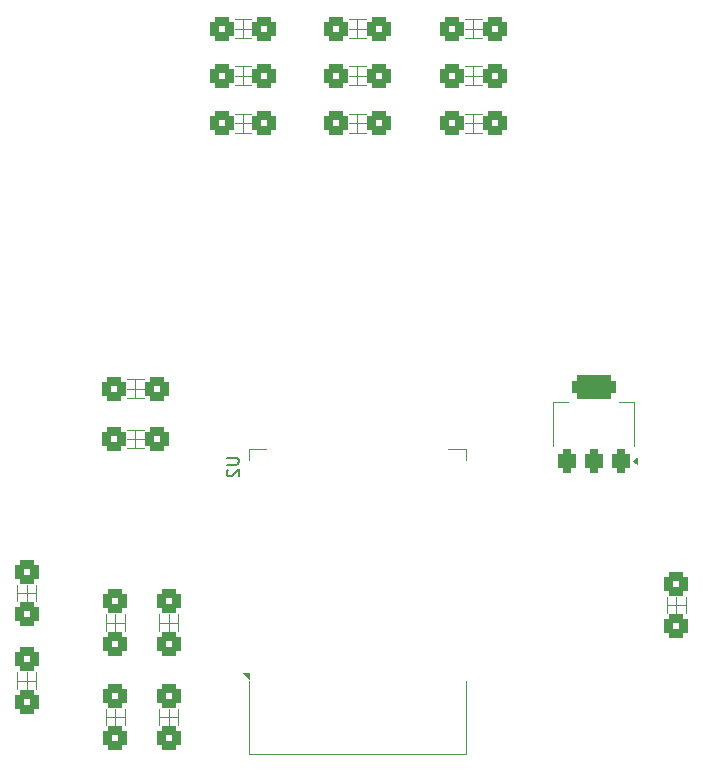
<source format=gbo>
G04 #@! TF.GenerationSoftware,KiCad,Pcbnew,8.0.6-8.0.6-0~ubuntu24.04.1*
G04 #@! TF.CreationDate,2024-10-30T09:28:35+01:00*
G04 #@! TF.ProjectId,micromouse_pcb,6d696372-6f6d-46f7-9573-655f7063622e,rev?*
G04 #@! TF.SameCoordinates,Original*
G04 #@! TF.FileFunction,Legend,Bot*
G04 #@! TF.FilePolarity,Positive*
%FSLAX46Y46*%
G04 Gerber Fmt 4.6, Leading zero omitted, Abs format (unit mm)*
G04 Created by KiCad (PCBNEW 8.0.6-8.0.6-0~ubuntu24.04.1) date 2024-10-30 09:28:35*
%MOMM*%
%LPD*%
G01*
G04 APERTURE LIST*
G04 Aperture macros list*
%AMRoundRect*
0 Rectangle with rounded corners*
0 $1 Rounding radius*
0 $2 $3 $4 $5 $6 $7 $8 $9 X,Y pos of 4 corners*
0 Add a 4 corners polygon primitive as box body*
4,1,4,$2,$3,$4,$5,$6,$7,$8,$9,$2,$3,0*
0 Add four circle primitives for the rounded corners*
1,1,$1+$1,$2,$3*
1,1,$1+$1,$4,$5*
1,1,$1+$1,$6,$7*
1,1,$1+$1,$8,$9*
0 Add four rect primitives between the rounded corners*
20,1,$1+$1,$2,$3,$4,$5,0*
20,1,$1+$1,$4,$5,$6,$7,0*
20,1,$1+$1,$6,$7,$8,$9,0*
20,1,$1+$1,$8,$9,$2,$3,0*%
G04 Aperture macros list end*
%ADD10C,0.150000*%
%ADD11C,0.100000*%
%ADD12C,0.120000*%
%ADD13C,1.524000*%
%ADD14C,2.500000*%
%ADD15R,1.050000X1.500000*%
%ADD16O,1.050000X1.500000*%
%ADD17C,3.200000*%
%ADD18O,1.524000X2.000000*%
%ADD19R,1.600000X1.600000*%
%ADD20O,1.600000X1.600000*%
%ADD21O,1.350000X1.700000*%
%ADD22O,1.100000X1.500000*%
%ADD23R,1.700000X2.200000*%
%ADD24O,1.700000X2.200000*%
%ADD25O,1.700000X1.700000*%
%ADD26R,1.700000X1.700000*%
%ADD27RoundRect,0.384616X0.615384X-0.615384X0.615384X0.615384X-0.615384X0.615384X-0.615384X-0.615384X0*%
%ADD28RoundRect,0.384616X0.615384X0.615384X-0.615384X0.615384X-0.615384X-0.615384X0.615384X-0.615384X0*%
%ADD29RoundRect,0.384616X-0.615384X0.615384X-0.615384X-0.615384X0.615384X-0.615384X0.615384X0.615384X0*%
%ADD30R,1.500000X0.900000*%
%ADD31R,0.900000X1.500000*%
%ADD32C,1.500000*%
%ADD33C,2.000000*%
%ADD34R,3.900000X3.900000*%
%ADD35RoundRect,0.375000X0.375000X-0.625000X0.375000X0.625000X-0.375000X0.625000X-0.375000X-0.625000X0*%
%ADD36RoundRect,0.500000X1.400000X-0.500000X1.400000X0.500000X-1.400000X0.500000X-1.400000X-0.500000X0*%
G04 APERTURE END LIST*
D10*
X138939819Y-124348095D02*
X139749342Y-124348095D01*
X139749342Y-124348095D02*
X139844580Y-124395714D01*
X139844580Y-124395714D02*
X139892200Y-124443333D01*
X139892200Y-124443333D02*
X139939819Y-124538571D01*
X139939819Y-124538571D02*
X139939819Y-124729047D01*
X139939819Y-124729047D02*
X139892200Y-124824285D01*
X139892200Y-124824285D02*
X139844580Y-124871904D01*
X139844580Y-124871904D02*
X139749342Y-124919523D01*
X139749342Y-124919523D02*
X138939819Y-124919523D01*
X139035057Y-125348095D02*
X138987438Y-125395714D01*
X138987438Y-125395714D02*
X138939819Y-125490952D01*
X138939819Y-125490952D02*
X138939819Y-125729047D01*
X138939819Y-125729047D02*
X138987438Y-125824285D01*
X138987438Y-125824285D02*
X139035057Y-125871904D01*
X139035057Y-125871904D02*
X139130295Y-125919523D01*
X139130295Y-125919523D02*
X139225533Y-125919523D01*
X139225533Y-125919523D02*
X139368390Y-125871904D01*
X139368390Y-125871904D02*
X139939819Y-125300476D01*
X139939819Y-125300476D02*
X139939819Y-125919523D01*
D11*
X128700000Y-137600000D02*
X128700000Y-138300000D01*
X128700000Y-138300000D02*
X129500000Y-138300000D01*
X128700000Y-139000000D02*
X128700000Y-138300000D01*
X129500000Y-138300000D02*
X129500000Y-137600000D01*
X129500000Y-139000000D02*
X129500000Y-138300000D01*
X130300000Y-137600000D02*
X130300000Y-138300000D01*
X130300000Y-138300000D02*
X129500000Y-138300000D01*
X130300000Y-139000000D02*
X130300000Y-138300000D01*
X139600000Y-87200000D02*
X140300000Y-87200000D01*
X139600000Y-88800000D02*
X140300000Y-88800000D01*
X140300000Y-87200000D02*
X140300000Y-88000000D01*
X140300000Y-88000000D02*
X139600000Y-88000000D01*
X140300000Y-88800000D02*
X140300000Y-88000000D01*
X141000000Y-87200000D02*
X140300000Y-87200000D01*
X141000000Y-88000000D02*
X140300000Y-88000000D01*
X141000000Y-88800000D02*
X140300000Y-88800000D01*
X128700000Y-145600000D02*
X128700000Y-146300000D01*
X128700000Y-146300000D02*
X129500000Y-146300000D01*
X128700000Y-147000000D02*
X128700000Y-146300000D01*
X129500000Y-145600000D02*
X129500000Y-146300000D01*
X129500000Y-146300000D02*
X129500000Y-147000000D01*
X130300000Y-145600000D02*
X130300000Y-146300000D01*
X130300000Y-146300000D02*
X129500000Y-146300000D01*
X130300000Y-147000000D02*
X130300000Y-146300000D01*
X133200000Y-145600000D02*
X133200000Y-146300000D01*
X133200000Y-146300000D02*
X134000000Y-146300000D01*
X133200000Y-147000000D02*
X133200000Y-146300000D01*
X134000000Y-145600000D02*
X134000000Y-146300000D01*
X134000000Y-146300000D02*
X134000000Y-147000000D01*
X134800000Y-145600000D02*
X134800000Y-146300000D01*
X134800000Y-146300000D02*
X134000000Y-146300000D01*
X134800000Y-147000000D02*
X134800000Y-146300000D01*
X149300000Y-91200000D02*
X150000000Y-91200000D01*
X149300000Y-92800000D02*
X150000000Y-92800000D01*
X150000000Y-91200000D02*
X150000000Y-92000000D01*
X150000000Y-92000000D02*
X149300000Y-92000000D01*
X150000000Y-92800000D02*
X150000000Y-92000000D01*
X150700000Y-91200000D02*
X150000000Y-91200000D01*
X150700000Y-92000000D02*
X150000000Y-92000000D01*
X150700000Y-92800000D02*
X150000000Y-92800000D01*
X130500000Y-117700000D02*
X131200000Y-117700000D01*
X130500000Y-119300000D02*
X131200000Y-119300000D01*
X131200000Y-117700000D02*
X131200000Y-118500000D01*
X131200000Y-118500000D02*
X130500000Y-118500000D01*
X131200000Y-119300000D02*
X131200000Y-118500000D01*
X131900000Y-117700000D02*
X131100000Y-117700000D01*
X131900000Y-118500000D02*
X131200000Y-118500000D01*
X131900000Y-119300000D02*
X131200000Y-119300000D01*
X159100000Y-87200000D02*
X159800000Y-87200000D01*
X159100000Y-88800000D02*
X159800000Y-88800000D01*
X159800000Y-87200000D02*
X159800000Y-88000000D01*
X159800000Y-88000000D02*
X159100000Y-88000000D01*
X159800000Y-88800000D02*
X159800000Y-88000000D01*
X160500000Y-87200000D02*
X159800000Y-87200000D01*
X160500000Y-88000000D02*
X159800000Y-88000000D01*
X160500000Y-88800000D02*
X159800000Y-88800000D01*
X139600000Y-95200000D02*
X140300000Y-95200000D01*
X139600000Y-96800000D02*
X140300000Y-96800000D01*
X140300000Y-95200000D02*
X140300000Y-96000000D01*
X140300000Y-96000000D02*
X139600000Y-96000000D01*
X140300000Y-96800000D02*
X140300000Y-96000000D01*
X141000000Y-95200000D02*
X140300000Y-95200000D01*
X141000000Y-96000000D02*
X140300000Y-96000000D01*
X141000000Y-96800000D02*
X140300000Y-96800000D01*
X139600000Y-91200000D02*
X140300000Y-91200000D01*
X139600000Y-92800000D02*
X140300000Y-92800000D01*
X140300000Y-91200000D02*
X140300000Y-92000000D01*
X140300000Y-92000000D02*
X139600000Y-92000000D01*
X140300000Y-92800000D02*
X140300000Y-92000000D01*
X141000000Y-91200000D02*
X140300000Y-91200000D01*
X141000000Y-92000000D02*
X140300000Y-92000000D01*
X141000000Y-92800000D02*
X140300000Y-92800000D01*
X176200000Y-136100000D02*
X176200000Y-136800000D01*
X176200000Y-136800000D02*
X177000000Y-136800000D01*
X176200000Y-137500000D02*
X176200000Y-136800000D01*
X177000000Y-136800000D02*
X177000000Y-136100000D01*
X177000000Y-137500000D02*
X177000000Y-136800000D01*
X177800000Y-136100000D02*
X177800000Y-136800000D01*
X177800000Y-136800000D02*
X177000000Y-136800000D01*
X177800000Y-137500000D02*
X177800000Y-136700000D01*
X159100000Y-95200000D02*
X159800000Y-95200000D01*
X159100000Y-96800000D02*
X159800000Y-96800000D01*
X159800000Y-95200000D02*
X159800000Y-96000000D01*
X159800000Y-96000000D02*
X159100000Y-96000000D01*
X159800000Y-96800000D02*
X159800000Y-96000000D01*
X160500000Y-95200000D02*
X159800000Y-95200000D01*
X160500000Y-96000000D02*
X159800000Y-96000000D01*
X160500000Y-96800000D02*
X159800000Y-96800000D01*
D12*
X140785000Y-123560000D02*
X140785000Y-124560000D01*
X140785000Y-143210000D02*
X140785000Y-149410000D01*
X142285000Y-123560000D02*
X140785000Y-123560000D01*
X157685000Y-123560000D02*
X159185000Y-123560000D01*
X159185000Y-124560000D02*
X159185000Y-123560000D01*
X159185000Y-143210000D02*
X159185000Y-149410000D01*
X159185000Y-149410000D02*
X140785000Y-149410000D01*
X140785000Y-143035000D02*
X140285000Y-142535000D01*
X140785000Y-142535000D01*
X140785000Y-143035000D01*
G36*
X140785000Y-143035000D02*
G01*
X140285000Y-142535000D01*
X140785000Y-142535000D01*
X140785000Y-143035000D01*
G37*
D11*
X149300000Y-95200000D02*
X150000000Y-95200000D01*
X149300000Y-96800000D02*
X150000000Y-96800000D01*
X150000000Y-95200000D02*
X150000000Y-96000000D01*
X150000000Y-96000000D02*
X149300000Y-96000000D01*
X150000000Y-96800000D02*
X150000000Y-96000000D01*
X150700000Y-95200000D02*
X150000000Y-95200000D01*
X150700000Y-96000000D02*
X150000000Y-96000000D01*
X150700000Y-96800000D02*
X150000000Y-96800000D01*
X121200000Y-135100000D02*
X121200000Y-135900000D01*
X121200000Y-135800000D02*
X122000000Y-135800000D01*
X121200000Y-136500000D02*
X121200000Y-135800000D01*
X122000000Y-135100000D02*
X122000000Y-135800000D01*
X122000000Y-135800000D02*
X122000000Y-136500000D01*
X122800000Y-135100000D02*
X122800000Y-135800000D01*
X122800000Y-135800000D02*
X122000000Y-135800000D01*
X122800000Y-136500000D02*
X122800000Y-135800000D01*
X121200000Y-142500000D02*
X121200000Y-143200000D01*
X121200000Y-143200000D02*
X122000000Y-143200000D01*
X121200000Y-143900000D02*
X121200000Y-143200000D01*
X122000000Y-143200000D02*
X122000000Y-142500000D01*
X122000000Y-143900000D02*
X122000000Y-143200000D01*
X122800000Y-142500000D02*
X122800000Y-143200000D01*
X122800000Y-143200000D02*
X122000000Y-143200000D01*
X122800000Y-143900000D02*
X122800000Y-143200000D01*
D12*
X166590000Y-119590000D02*
X166590000Y-123350000D01*
X167850000Y-119590000D02*
X166590000Y-119590000D01*
X172150000Y-119590000D02*
X173410000Y-119590000D01*
X173410000Y-119590000D02*
X173410000Y-123350000D01*
X173640000Y-124870000D02*
X173310000Y-124630000D01*
X173640000Y-124390000D01*
X173640000Y-124870000D01*
G36*
X173640000Y-124870000D02*
G01*
X173310000Y-124630000D01*
X173640000Y-124390000D01*
X173640000Y-124870000D01*
G37*
D11*
X130500000Y-121950000D02*
X131200000Y-121950000D01*
X130500000Y-123550000D02*
X131200000Y-123550000D01*
X131200000Y-121950000D02*
X131200000Y-122750000D01*
X131200000Y-122750000D02*
X130500000Y-122750000D01*
X131200000Y-123550000D02*
X131200000Y-122750000D01*
X131900000Y-121950000D02*
X131200000Y-121950000D01*
X131900000Y-122750000D02*
X131200000Y-122750000D01*
X131900000Y-123550000D02*
X131200000Y-123550000D01*
X149300000Y-87200000D02*
X150000000Y-87200000D01*
X149300000Y-88800000D02*
X150000000Y-88800000D01*
X150000000Y-87200000D02*
X150000000Y-88000000D01*
X150000000Y-88000000D02*
X149300000Y-88000000D01*
X150000000Y-88800000D02*
X150000000Y-88000000D01*
X150700000Y-87200000D02*
X150000000Y-87200000D01*
X150700000Y-88000000D02*
X150000000Y-88000000D01*
X150700000Y-88800000D02*
X150000000Y-88800000D01*
X133200000Y-137600000D02*
X133200000Y-138300000D01*
X133200000Y-138300000D02*
X134000000Y-138300000D01*
X133200000Y-139000000D02*
X133200000Y-138300000D01*
X134000000Y-138300000D02*
X134000000Y-137600000D01*
X134000000Y-139000000D02*
X134000000Y-138300000D01*
X134800000Y-137600000D02*
X134800000Y-138300000D01*
X134800000Y-138300000D02*
X134000000Y-138300000D01*
X134800000Y-139000000D02*
X134800000Y-138300000D01*
X159100000Y-91200000D02*
X159800000Y-91200000D01*
X159100000Y-92800000D02*
X159800000Y-92800000D01*
X159800000Y-91200000D02*
X159800000Y-92000000D01*
X159800000Y-92000000D02*
X159100000Y-92000000D01*
X159800000Y-92800000D02*
X159800000Y-92000000D01*
X160500000Y-91200000D02*
X159800000Y-91200000D01*
X160500000Y-92000000D02*
X159800000Y-92000000D01*
X160500000Y-92800000D02*
X159800000Y-92800000D01*
%LPC*%
D13*
X165500000Y-91000000D03*
X165500000Y-86000000D03*
X171000000Y-91000000D03*
X171000000Y-86000000D03*
D14*
X176500000Y-91000000D03*
X176500000Y-86000000D03*
D15*
X140730000Y-64860000D03*
D16*
X142000000Y-64860000D03*
X143270000Y-64860000D03*
D15*
X148730000Y-80500000D03*
D16*
X150000000Y-80500000D03*
X151270000Y-80500000D03*
D15*
X156730000Y-65000000D03*
D16*
X158000000Y-65000000D03*
X159270000Y-65000000D03*
D13*
X134500000Y-86000000D03*
X134500000Y-91000000D03*
X129000000Y-86000000D03*
X129000000Y-91000000D03*
D14*
X123500000Y-86000000D03*
X123500000Y-91000000D03*
D17*
X167500000Y-109000000D03*
D18*
X146220000Y-100875000D03*
X148760000Y-100875000D03*
X151300000Y-100875000D03*
X153840000Y-100875000D03*
D13*
X152500000Y-75000000D03*
X147500000Y-75000000D03*
X152500000Y-69500000D03*
X147500000Y-69500000D03*
D14*
X152500000Y-64000000D03*
X147500000Y-64000000D03*
D17*
X132500000Y-131000000D03*
X167500000Y-131000000D03*
D13*
X162221825Y-80313708D03*
X158686291Y-76778174D03*
X166110912Y-76424621D03*
X162575378Y-72889087D03*
D14*
X170000000Y-72535533D03*
X166464466Y-69000000D03*
D19*
X158875000Y-105300000D03*
D20*
X156335000Y-105300000D03*
X153795000Y-105300000D03*
X151255000Y-105300000D03*
X148715000Y-105300000D03*
X146175000Y-105300000D03*
X143635000Y-105300000D03*
X141095000Y-105300000D03*
X141095000Y-112920000D03*
X143635000Y-112920000D03*
X146175000Y-112920000D03*
X148715000Y-112920000D03*
X151255000Y-112920000D03*
X153795000Y-112920000D03*
X156335000Y-112920000D03*
X158875000Y-112920000D03*
D21*
X163780000Y-147005000D03*
D22*
X164090000Y-144005000D03*
X168930000Y-144005000D03*
D21*
X169240000Y-147005000D03*
D15*
X123960000Y-81000000D03*
D16*
X125230000Y-81000000D03*
X126500000Y-81000000D03*
D17*
X132500000Y-109000000D03*
D15*
X173460000Y-81000000D03*
D16*
X174730000Y-81000000D03*
X176000000Y-81000000D03*
D23*
X162275000Y-138100000D03*
D24*
X164815000Y-138100000D03*
X167355000Y-138100000D03*
X169895000Y-138100000D03*
X172435000Y-138100000D03*
D25*
X148000000Y-120500000D03*
D26*
X148000000Y-117960000D03*
X152650000Y-117960000D03*
D25*
X152650000Y-120500000D03*
D13*
X141389087Y-76889087D03*
X137853553Y-80424621D03*
X137500000Y-73000000D03*
X133964466Y-76535534D03*
D14*
X133610912Y-69110912D03*
X130075379Y-72646446D03*
D27*
X129500000Y-140100000D03*
X129500000Y-136500000D03*
D28*
X142100000Y-88000000D03*
X138500000Y-88000000D03*
D29*
X129500000Y-144500000D03*
X129500000Y-148100000D03*
X134000000Y-144500000D03*
X134000000Y-148100000D03*
D28*
X151800000Y-92000000D03*
X148200000Y-92000000D03*
X133000000Y-118500000D03*
X129400000Y-118500000D03*
X161600000Y-88000000D03*
X158000000Y-88000000D03*
X142100000Y-96000000D03*
X138500000Y-96000000D03*
X142100000Y-92000000D03*
X138500000Y-92000000D03*
D27*
X177000000Y-138600000D03*
X177000000Y-135000000D03*
D28*
X161600000Y-96000000D03*
X158000000Y-96000000D03*
D30*
X141235000Y-141770000D03*
X141235000Y-140500000D03*
X141235000Y-139230000D03*
X141235000Y-137960000D03*
X141235000Y-136690000D03*
X141235000Y-135420000D03*
X141235000Y-134150000D03*
X141235000Y-132880000D03*
X141235000Y-131610000D03*
X141235000Y-130340000D03*
X141235000Y-129070000D03*
X141235000Y-127800000D03*
X141235000Y-126530000D03*
X141235000Y-125260000D03*
D31*
X143000000Y-124010000D03*
X144270000Y-124010000D03*
X145540000Y-124010000D03*
X146810000Y-124010000D03*
X148080000Y-124010000D03*
X149350000Y-124010000D03*
X150620000Y-124010000D03*
X151890000Y-124010000D03*
X153160000Y-124010000D03*
X154430000Y-124010000D03*
X155700000Y-124010000D03*
X156970000Y-124010000D03*
D30*
X158735000Y-125260000D03*
X158735000Y-126530000D03*
X158735000Y-127800000D03*
X158735000Y-129070000D03*
X158735000Y-130340000D03*
X158735000Y-131610000D03*
X158735000Y-132880000D03*
X158735000Y-134150000D03*
X158735000Y-135420000D03*
X158735000Y-136690000D03*
X158735000Y-137960000D03*
X158735000Y-139230000D03*
X158735000Y-140500000D03*
X158735000Y-141770000D03*
D32*
X147485000Y-135010000D03*
D33*
X147735000Y-133260000D03*
D34*
X148485000Y-134050000D03*
D33*
X149235000Y-134760000D03*
D32*
X149485000Y-133010000D03*
D28*
X151800000Y-96000000D03*
X148200000Y-96000000D03*
D29*
X122000000Y-134000000D03*
X122000000Y-137600000D03*
D27*
X122000000Y-145000000D03*
X122000000Y-141400000D03*
D35*
X172300000Y-124650000D03*
X170000000Y-124650000D03*
D36*
X170000000Y-118350000D03*
D35*
X167700000Y-124650000D03*
D28*
X133000000Y-122750000D03*
X129400000Y-122750000D03*
X151800000Y-88000000D03*
X148200000Y-88000000D03*
D27*
X134000000Y-140100000D03*
X134000000Y-136500000D03*
D28*
X161600000Y-92000000D03*
X158000000Y-92000000D03*
%LPD*%
M02*

</source>
